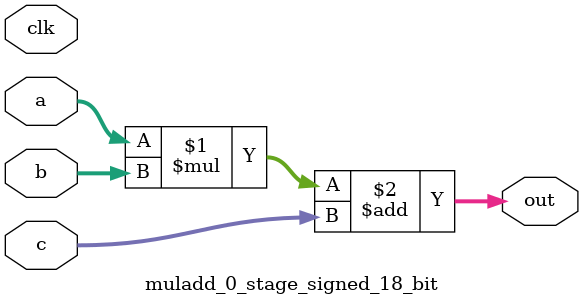
<source format=sv>
(* use_dsp = "yes" *) module muladd_0_stage_signed_18_bit(
	input signed [17:0] a,
	input signed [17:0] b,
	input signed [17:0] c,
	output [17:0] out,
	input clk);

	assign out = (a * b) + c;
endmodule

</source>
